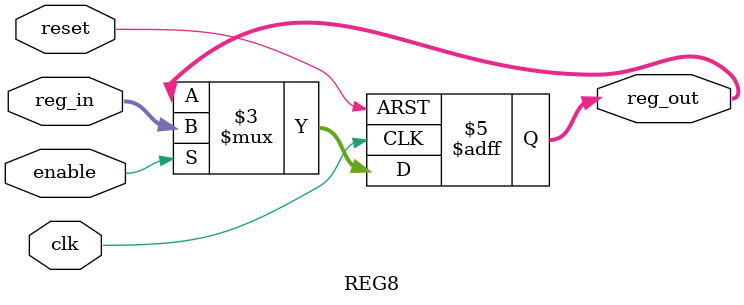
<source format=v>
/** 
 * Registro de 4 bits com reset assíncrono.
 */
module REG4 (
    output reg  [3:0] reg_out,

    input  wire [3:0] reg_in,

    input  wire       enable,
                      clk,
                      reset
);
    
    always @ (posedge clk or negedge reset) 
        begin
            if (!reset)
                reg_out <= 4'h0;
            else if (enable)
                reg_out <= reg_in;
        end

endmodule


/**
 * Registro de 8 bits com reset assíncrono.
 */
module REG8 (
    output reg  [7:0] reg_out,

    input  wire [7:0] reg_in,

    input  wire       enable,
                      clk,
                      reset
);
    
    always @ (posedge clk or negedge reset) 
        begin
            if (!reset)
                reg_out <= 8'h00;
            else if (enable)
                reg_out <= reg_in;
        end

endmodule
</source>
